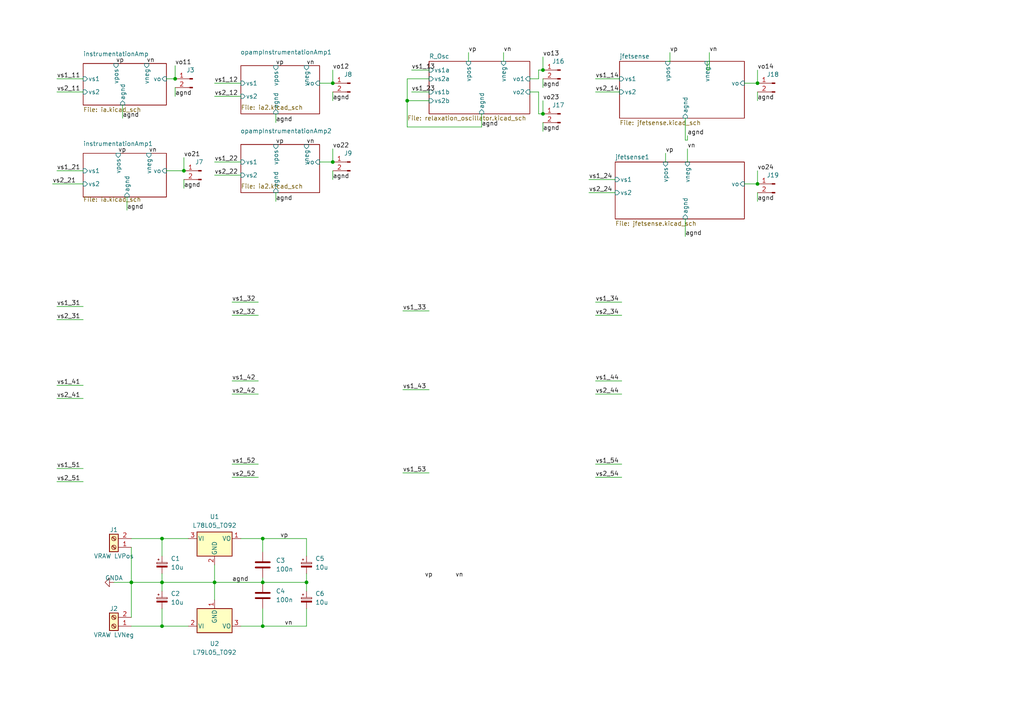
<source format=kicad_sch>
(kicad_sch (version 20250114) (generator "eeschema") (generator_version "9.0")
  (paper "A4")
  (lib_symbols
    (symbol "Connector:Conn_01x02_Pin" (pin_names (offset 1.016) (hide yes))
      (property "Reference" "J" (at 0 2.54 0))
      (property "Value" "Conn_01x02_Pin" (at 0 -5.08 0))
      (symbol "Conn_01x02_Pin_1_1"
        (rectangle (start 0.8636 0.127) (end 0 -0.127) (stroke (width 0.1524)) (fill (type outline)))
        (rectangle (start 0.8636 -2.413) (end 0 -2.667) (stroke (width 0.1524)) (fill (type outline)))
        (polyline (pts (xy 1.27 0) (xy 0.8636 0)) (stroke (width 0.1524)))
        (polyline (pts (xy 1.27 -2.54) (xy 0.8636 -2.54)) (stroke (width 0.1524)))
        (pin passive line (at 5.08 0 180) (length 3.81) (name "Pin_1") (number "1"))
        (pin passive line (at 5.08 -2.54 180) (length 3.81) (name "Pin_2") (number "2"))
      )
    )
    (symbol "Connector:Screw_Terminal_01x02" (pin_names (offset 1.016) (hide yes))
      (property "Reference" "J" (at 0 2.54 0))
      (property "Value" "Screw_Terminal_01x02" (at 0 -5.08 0))
      (symbol "Screw_Terminal_01x02_1_1"
        (rectangle (start -1.27 1.27) (end 1.27 -3.81) (stroke (width 0.254)) (fill (type background)))
        (polyline (pts (xy -0.5334 0.3302) (xy 0.3302 -0.508)) (stroke (width 0.1524)))
        (polyline (pts (xy -0.5334 -2.2098) (xy 0.3302 -3.048)) (stroke (width 0.1524)))
        (polyline (pts (xy -0.3556 0.508) (xy 0.508 -0.3302)) (stroke (width 0.1524)))
        (polyline (pts (xy -0.3556 -2.032) (xy 0.508 -2.8702)) (stroke (width 0.1524)))
        (circle (center 0 0) (radius 0.635) (stroke (width 0.1524)))
        (circle (center 0 -2.54) (radius 0.635) (stroke (width 0.1524)))
        (pin passive line (at -5.08 0 0) (length 3.81) (name "Pin_1") (number "1"))
        (pin passive line (at -5.08 -2.54 0) (length 3.81) (name "Pin_2") (number "2"))
      )
    )
    (symbol "Device:C" (pin_numbers (hide yes)) (pin_names (offset 0.254))
      (property "Reference" "C" (at 0.635 2.54 0))
      (property "Value" "C" (at 0.635 -2.54 0))
      (symbol "C_0_1"
        (polyline (pts (xy -2.032 0.762) (xy 2.032 0.762)) (stroke (width 0.508)))
        (polyline (pts (xy -2.032 -0.762) (xy 2.032 -0.762)) (stroke (width 0.508)))
      )
      (symbol "C_1_1"
        (pin passive line (at 0 3.81 270) (length 2.794) (name "~") (number "1"))
        (pin passive line (at 0 -3.81 90) (length 2.794) (name "~") (number "2"))
      )
    )
    (symbol "Device:C_Polarized_Small" (pin_numbers (hide yes)) (pin_names (offset 0.254) (hide yes))
      (property "Reference" "C" (at 0.254 1.778 0))
      (property "Value" "C_Polarized_Small" (at 0.254 -2.032 0))
      (symbol "C_Polarized_Small_0_1"
        (rectangle (start -1.524 0.6858) (end 1.524 0.3048))
        (rectangle (start -1.524 -0.3048) (end 1.524 -0.6858) (fill (type outline)))
        (polyline (pts (xy -1.27 1.524) (xy -0.762 1.524)))
        (polyline (pts (xy -1.016 1.27) (xy -1.016 1.778)))
      )
      (symbol "C_Polarized_Small_1_1"
        (pin passive line (at 0 2.54 270) (length 1.8542) (name "~") (number "1"))
        (pin passive line (at 0 -2.54 90) (length 1.8542) (name "~") (number "2"))
      )
    )
    (symbol "Regulator_Linear:L78L05_TO92" (pin_names (offset 0.254))
      (property "Reference" "U" (at -3.81 3.175 0))
      (property "Value" "L78L05_TO92" (at 0 3.175 0))
      (symbol "L78L05_TO92_0_1"
        (rectangle (start -5.08 -5.08) (end 5.08 1.905) (stroke (width 0.254)) (fill (type background)))
      )
      (symbol "L78L05_TO92_1_1"
        (pin power_in line (at -7.62 0 0) (length 2.54) (name "VI") (number "3"))
        (pin power_in line (at 0 -7.62 90) (length 2.54) (name "GND") (number "2"))
        (pin power_out line (at 7.62 0 180) (length 2.54) (name "VO") (number "1"))
      )
    )
    (symbol "Regulator_Linear:L79L05_TO92" (pin_names (offset 0.254))
      (property "Reference" "U" (at -3.81 -3.175 0))
      (property "Value" "L79L05_TO92" (at 0 -3.175 0))
      (symbol "L79L05_TO92_0_1"
        (rectangle (start -5.08 5.08) (end 5.08 -1.905) (stroke (width 0.254)) (fill (type background)))
      )
      (symbol "L79L05_TO92_1_1"
        (pin power_in line (at -7.62 0 0) (length 2.54) (name "VI") (number "2"))
        (pin power_in line (at 0 7.62 270) (length 2.54) (name "GND") (number "1"))
        (pin power_out line (at 7.62 0 180) (length 2.54) (name "VO") (number "3"))
      )
    )
    (symbol "power:GNDA" (power) (pin_names (offset 0))
      (property "Value" "GNDA" (at 0 -3.81 0))
      (symbol "GNDA_0_1"
        (polyline (pts (xy 0 0) (xy 0 -1.27) (xy 1.27 -1.27) (xy 0 -2.54) (xy -1.27 -1.27) (xy 0 -1.27)))
      )
      (symbol "GNDA_1_1"
        (pin power_in line (at 0 0 270) (length 0) (hide yes) (name "GNDA") (number "1"))
      )
    )
  )
  (junction (at 76.2 156.21))
  (junction (at 46.99 168.91))
  (junction (at 219.71 24.13))
  (junction (at 53.34 49.53))
  (junction (at 38.1 168.91))
  (junction (at 219.71 53.34))
  (junction (at 46.99 156.21))
  (junction (at 157.48 20.32))
  (junction (at 50.8 22.86))
  (junction (at 62.23 168.91))
  (junction (at 46.99 181.61))
  (junction (at 88.9 168.91))
  (junction (at 96.52 24.13))
  (junction (at 96.52 46.99))
  (junction (at 157.48 33.02))
  (junction (at 76.2 168.91))
  (junction (at 118.11 29.21))
  (junction (at 76.2 181.61))
  (wire (pts (xy 46.99 176.53) (xy 46.99 181.61)))
  (wire (pts (xy 119.38 26.67) (xy 124.46 26.67)))
  (wire (pts (xy 62.23 46.99) (xy 69.85 46.99)))
  (wire (pts (xy 67.31 114.3) (xy 74.93 114.3)))
  (wire (pts (xy 76.2 156.21) (xy 76.2 160.02)))
  (wire (pts (xy 219.71 49.53) (xy 219.71 53.34)))
  (wire (pts (xy 62.23 50.8) (xy 69.85 50.8)))
  (wire (pts (xy 62.23 168.91) (xy 76.2 168.91)))
  (wire (pts (xy 46.99 168.91) (xy 46.99 171.45)))
  (wire (pts (xy 170.815 55.88) (xy 178.435 55.88)))
  (wire (pts (xy 62.23 168.91) (xy 62.23 173.99)))
  (wire (pts (xy 198.755 34.29) (xy 198.755 40.64)))
  (wire (pts (xy 36.83 57.15) (xy 36.83 60.96)))
  (wire (pts (xy 118.11 22.86) (xy 118.11 29.21)))
  (wire (pts (xy 88.9 156.21) (xy 76.2 156.21)))
  (wire (pts (xy 16.51 26.67) (xy 24.13 26.67)))
  (wire (pts (xy 118.11 29.21) (xy 124.46 29.21)))
  (wire (pts (xy 193.04 46.99) (xy 193.04 44.45)))
  (wire (pts (xy 156.21 20.32) (xy 157.48 20.32)))
  (wire (pts (xy 219.71 58.42) (xy 219.71 55.88)))
  (wire (pts (xy 76.2 181.61) (xy 88.9 181.61)))
  (wire (pts (xy 215.9 53.34) (xy 219.71 53.34)))
  (wire (pts (xy 172.72 138.43) (xy 180.34 138.43)))
  (wire (pts (xy 199.39 46.99) (xy 199.39 43.18)))
  (wire (pts (xy 205.105 20.32) (xy 205.105 17.78)))
  (wire (pts (xy 135.89 15.24) (xy 135.89 17.78)))
  (wire (pts (xy 16.51 88.9) (xy 24.13 88.9)))
  (wire (pts (xy 96.52 43.18) (xy 96.52 46.99)))
  (wire (pts (xy 67.31 91.44) (xy 74.93 91.44)))
  (wire (pts (xy 88.9 168.91) (xy 88.9 171.45)))
  (wire (pts (xy 48.26 22.86) (xy 50.8 22.86)))
  (wire (pts (xy 219.71 20.32) (xy 219.71 24.13)))
  (wire (pts (xy 157.48 25.4) (xy 157.48 22.86)))
  (wire (pts (xy 118.11 29.21) (xy 118.11 36.83)))
  (wire (pts (xy 198.755 63.5) (xy 198.755 68.58)))
  (wire (pts (xy 118.11 36.83) (xy 139.7 36.83)))
  (wire (pts (xy 76.2 176.53) (xy 76.2 181.61)))
  (wire (pts (xy 205.105 20.32) (xy 205.74 20.32)))
  (wire (pts (xy 172.72 87.63) (xy 180.34 87.63)))
  (wire (pts (xy 62.23 24.13) (xy 69.85 24.13)))
  (wire (pts (xy 119.38 20.32) (xy 124.46 20.32)))
  (wire (pts (xy 153.67 22.86) (xy 156.21 22.86)))
  (wire (pts (xy 219.71 29.21) (xy 219.71 26.67)))
  (wire (pts (xy 15.24 53.34) (xy 24.13 53.34)))
  (wire (pts (xy 199.39 40.64) (xy 199.39 39.37)))
  (wire (pts (xy 157.48 38.1) (xy 157.48 35.56)))
  (wire (pts (xy 96.52 29.21) (xy 96.52 26.67)))
  (wire (pts (xy 153.67 26.67) (xy 156.21 26.67)))
  (wire (pts (xy 172.72 26.67) (xy 179.705 26.67)))
  (wire (pts (xy 156.21 22.86) (xy 156.21 20.32)))
  (wire (pts (xy 16.51 49.53) (xy 24.13 49.53)))
  (wire (pts (xy 92.71 46.99) (xy 96.52 46.99)))
  (wire (pts (xy 16.51 22.86) (xy 24.13 22.86)))
  (wire (pts (xy 35.56 34.29) (xy 35.56 30.48)))
  (wire (pts (xy 215.9 24.13) (xy 219.71 24.13)))
  (wire (pts (xy 50.8 27.94) (xy 50.8 25.4)))
  (wire (pts (xy 50.8 19.05) (xy 50.8 22.86)))
  (wire (pts (xy 157.48 16.51) (xy 157.48 20.32)))
  (wire (pts (xy 76.2 168.91) (xy 76.2 167.64)))
  (wire (pts (xy 38.1 156.21) (xy 46.99 156.21)))
  (wire (pts (xy 16.51 92.71) (xy 24.13 92.71)))
  (wire (pts (xy 38.1 181.61) (xy 46.99 181.61)))
  (wire (pts (xy 67.31 87.63) (xy 74.93 87.63)))
  (wire (pts (xy 62.23 27.94) (xy 69.85 27.94)))
  (wire (pts (xy 46.99 156.21) (xy 46.99 161.29)))
  (wire (pts (xy 88.9 176.53) (xy 88.9 181.61)))
  (wire (pts (xy 172.72 134.62) (xy 180.34 134.62)))
  (wire (pts (xy 116.84 90.17) (xy 124.46 90.17)))
  (wire (pts (xy 80.01 33.02) (xy 80.01 35.56)))
  (wire (pts (xy 156.21 26.67) (xy 156.21 33.02)))
  (wire (pts (xy 157.48 29.21) (xy 157.48 33.02)))
  (wire (pts (xy 116.84 137.16) (xy 124.46 137.16)))
  (wire (pts (xy 96.52 20.32) (xy 96.52 24.13)))
  (wire (pts (xy 116.84 113.03) (xy 124.46 113.03)))
  (wire (pts (xy 92.71 24.13) (xy 96.52 24.13)))
  (wire (pts (xy 53.34 54.61) (xy 53.34 52.07)))
  (wire (pts (xy 62.23 163.83) (xy 62.23 168.91)))
  (wire (pts (xy 38.1 158.75) (xy 38.1 168.91)))
  (wire (pts (xy 193.675 17.78) (xy 194.31 17.78)))
  (wire (pts (xy 76.2 168.91) (xy 88.9 168.91)))
  (wire (pts (xy 16.51 139.7) (xy 24.13 139.7)))
  (wire (pts (xy 16.51 111.76) (xy 24.13 111.76)))
  (wire (pts (xy 46.99 166.37) (xy 46.99 168.91)))
  (wire (pts (xy 139.7 33.02) (xy 139.7 36.83)))
  (wire (pts (xy 194.31 17.78) (xy 194.31 15.24)))
  (wire (pts (xy 172.72 114.3) (xy 180.34 114.3)))
  (wire (pts (xy 38.1 168.91) (xy 38.1 179.07)))
  (wire (pts (xy 88.9 166.37) (xy 88.9 168.91)))
  (wire (pts (xy 205.74 20.32) (xy 205.74 15.24)))
  (wire (pts (xy 76.2 156.21) (xy 69.85 156.21)))
  (wire (pts (xy 67.31 134.62) (xy 74.93 134.62)))
  (wire (pts (xy 146.05 15.24) (xy 146.05 17.78)))
  (wire (pts (xy 16.51 135.89) (xy 24.13 135.89)))
  (wire (pts (xy 80.01 55.88) (xy 80.01 58.42)))
  (wire (pts (xy 53.34 45.72) (xy 53.34 49.53)))
  (wire (pts (xy 46.99 181.61) (xy 54.61 181.61)))
  (wire (pts (xy 88.9 161.29) (xy 88.9 156.21)))
  (wire (pts (xy 124.46 22.86) (xy 118.11 22.86)))
  (wire (pts (xy 172.72 91.44) (xy 180.34 91.44)))
  (wire (pts (xy 69.85 181.61) (xy 76.2 181.61)))
  (wire (pts (xy 67.31 138.43) (xy 74.93 138.43)))
  (wire (pts (xy 67.31 110.49) (xy 74.93 110.49)))
  (wire (pts (xy 172.72 22.86) (xy 179.705 22.86)))
  (wire (pts (xy 38.1 168.91) (xy 46.99 168.91)))
  (wire (pts (xy 33.02 168.91) (xy 38.1 168.91)))
  (wire (pts (xy 16.51 115.57) (xy 24.13 115.57)))
  (wire (pts (xy 170.815 52.07) (xy 178.435 52.07)))
  (wire (pts (xy 48.26 49.53) (xy 53.34 49.53)))
  (wire (pts (xy 96.52 52.07) (xy 96.52 49.53)))
  (wire (pts (xy 172.72 110.49) (xy 180.34 110.49)))
  (wire (pts (xy 46.99 156.21) (xy 54.61 156.21)))
  (wire (pts (xy 198.755 40.64) (xy 199.39 40.64)))
  (wire (pts (xy 156.21 33.02) (xy 157.48 33.02)))
  (wire (pts (xy 46.99 168.91) (xy 62.23 168.91)))
  (label "agnd" (at 50.8 27.94 0))
  (label "vn" (at 43.18 44.45 0))
  (label "agnd" (at 80.01 35.56 0))
  (label "agnd" (at 219.71 58.42 0))
  (label "vp" (at 135.89 15.24 0))
  (label "vn" (at 42.545 18.415 0))
  (label "vs1_23" (at 119.38 26.67 0))
  (label "vn" (at 88.9 41.91 0))
  (label "vs1_11" (at 16.51 22.86 0))
  (label "vo14" (at 219.71 20.32 0))
  (label "vs1_43" (at 116.84 113.03 0))
  (label "vs2_21" (at 15.24 53.34 0))
  (label "vs2_11" (at 16.51 26.67 0))
  (label "vn" (at 82.55 181.61 0))
  (label "vs1_14" (at 172.72 22.86 0))
  (label "vo12" (at 96.52 20.32 0))
  (label "vs1_31" (at 16.51 88.9 0))
  (label "vo23" (at 157.48 29.21 0))
  (label "vn" (at 205.74 15.24 0))
  (label "agnd" (at 96.52 29.21 0))
  (label "agnd" (at 198.755 68.58 0))
  (label "vp" (at 33.655 18.415 0))
  (label "vs2_41" (at 16.51 115.57 0))
  (label "agnd" (at 157.48 38.1 0))
  (label "vs2_34" (at 172.72 91.44 0))
  (label "agnd" (at 96.52 52.07 0))
  (label "vs1_42" (at 67.31 110.49 0))
  (label "vp" (at 34.29 44.45 0))
  (label "vs1_21" (at 16.51 49.53 0))
  (label "vo11" (at 50.8 19.05 0))
  (label "vs2_24" (at 170.815 55.88 0))
  (label "vs1_33" (at 116.84 90.17 0))
  (label "agnd" (at 157.48 25.4 0))
  (label "vs1_22" (at 62.23 46.99 0))
  (label "agnd" (at 67.31 168.91 0))
  (label "vs1_24" (at 170.815 52.07 0))
  (label "agnd" (at 53.34 54.61 0))
  (label "agnd" (at 139.7 36.83 0))
  (label "vs2_52" (at 67.31 138.43 0))
  (label "vn" (at 88.9 19.05 0))
  (label "vs1_13" (at 119.38 20.32 0))
  (label "vp" (at 194.31 15.24 0))
  (label "vs2_54" (at 172.72 138.43 0))
  (label "vs2_42" (at 67.31 114.3 0))
  (label "vn" (at 146.05 15.24 0))
  (label "agnd" (at 219.71 29.21 0))
  (label "vo21" (at 53.34 45.72 0))
  (label "vp" (at 80.01 41.91 0))
  (label "vs1_34" (at 172.72 87.63 0))
  (label "vo13" (at 157.48 16.51 0))
  (label "vs2_44" (at 172.72 114.3 0))
  (label "vs1_32" (at 67.31 87.63 0))
  (label "vs2_31" (at 16.51 92.71 0))
  (label "vn" (at 132.08 167.64 0))
  (label "vs1_52" (at 67.31 134.62 0))
  (label "agnd" (at 36.83 60.96 0))
  (label "vp" (at 193.04 44.45 0))
  (label "vp" (at 123.19 167.64 0))
  (label "agnd" (at 80.01 58.42 0))
  (label "vo22" (at 96.52 43.18 0))
  (label "vp" (at 81.28 156.21 0))
  (label "vs1_54" (at 172.72 134.62 0))
  (label "vs1_53" (at 116.84 137.16 0))
  (label "vs2_12" (at 62.23 27.94 0))
  (label "vs2_14" (at 172.72 26.67 0))
  (label "vs2_51" (at 16.51 139.7 0))
  (label "vs1_44" (at 172.72 110.49 0))
  (label "vs1_12" (at 62.23 24.13 0))
  (label "vo24" (at 219.71 49.53 0))
  (label "vn" (at 199.39 43.18 0))
  (label "vs1_41" (at 16.51 111.76 0))
  (label "vs1_51" (at 16.51 135.89 0))
  (label "vs2_22" (at 62.23 50.8 0))
  (label "vs2_32" (at 67.31 91.44 0))
  (label "vp" (at 80.01 19.05 0))
  (label "agnd" (at 35.56 34.29 0))
  (label "agnd" (at 199.39 39.37 0))
  (symbol (lib_id "Connector:Conn_01x02_Pin") (at 162.56 33.02 0) (mirror y) (unit 1)
    (property "Reference" "J17" (at 161.925 30.48 0))
    (property "Value" "Conn_01x02_Pin" (effects (hide yes)))
    (property "Footprint" "Connector_PinHeader_2.00mm:PinHeader_1x02_P2.00mm_Vertical" (effects (hide yes)))
    (property "Description" "Generic connector, single row, 01x02, script generated" (effects (hide yes)))
  )
  (symbol (lib_id "Device:C") (at 76.2 163.83 180) (unit 1)
    (property "Reference" "C3" (at 80.01 162.5599 0) (effects (justify right)))
    (property "Value" "100n" (at 80.01 165.0999 0) (effects (justify right)))
    (property "Footprint" "Capacitor_SMD:C_0805_2012Metric" (effects (hide yes)))
    (property "Description" "Unpolarized capacitor" (effects (hide yes)))
  )
  (symbol (lib_id "Regulator_Linear:L79L05_TO92") (at 62.23 181.61 0) (unit 1)
    (property "Reference" "U2" (at 62.23 186.69 0))
    (property "Value" "L79L05_TO92" (at 62.23 189.23 0))
    (property "Footprint" "Package_TO_SOT_THT:TO-92_Inline" (effects (hide yes)))
    (property "Datasheet" "http://www.farnell.com/datasheets/1827870.pdf" (effects (hide yes)))
  )
  (symbol (lib_id "Regulator_Linear:L78L05_TO92") (at 62.23 156.21 0) (unit 1)
    (property "Reference" "U1" (at 62.23 149.86 0))
    (property "Value" "L78L05_TO92" (at 62.23 152.4 0))
    (property "Footprint" "Package_TO_SOT_THT:TO-92_Inline" (effects (hide yes)))
    (property "Datasheet" "http://www.st.com/content/ccc/resource/technical/document/datasheet/15/55/e5/aa/23/5b/43/fd/CD00000446.pdf/files/CD00000446.pdf/jcr:content/translations/en.CD00000446.pdf" (effects (hide yes)))
  )
  (symbol (lib_id "Connector:Conn_01x02_Pin") (at 224.79 24.13 0) (mirror y) (unit 1)
    (property "Reference" "J18" (at 224.155 21.59 0))
    (property "Value" "Conn_01x02_Pin" (effects (hide yes)))
    (property "Footprint" "Connector_PinHeader_2.00mm:PinHeader_1x02_P2.00mm_Vertical" (effects (hide yes)))
    (property "Description" "Generic connector, single row, 01x02, script generated" (effects (hide yes)))
  )
  (symbol (lib_id "Connector:Conn_01x02_Pin") (at 101.6 46.99 0) (mirror y) (unit 1)
    (property "Reference" "J9" (at 100.965 44.45 0))
    (property "Value" "Conn_01x02_Pin" (effects (hide yes)))
    (property "Footprint" "Connector_PinHeader_2.00mm:PinHeader_1x02_P2.00mm_Vertical" (effects (hide yes)))
    (property "Description" "Generic connector, single row, 01x02, script generated" (effects (hide yes)))
  )
  (symbol (lib_id "Device:C_Polarized_Small") (at 88.9 173.99 0) (unit 1)
    (property "Reference" "C6" (at 91.44 172.1738 0) (effects (justify left)))
    (property "Value" "10u" (at 91.44 174.7138 0) (effects (justify left)))
    (property "Footprint" "Capacitor_SMD:CP_Elec_4x4.5" (effects (hide yes)))
    (property "Description" "Polarized capacitor, small symbol" (effects (hide yes)))
  )
  (symbol (lib_id "Connector:Conn_01x02_Pin") (at 162.56 20.32 0) (mirror y) (unit 1)
    (property "Reference" "J16" (at 161.925 17.78 0))
    (property "Value" "Conn_01x02_Pin" (effects (hide yes)))
    (property "Footprint" "Connector_PinHeader_2.00mm:PinHeader_1x02_P2.00mm_Vertical" (effects (hide yes)))
    (property "Description" "Generic connector, single row, 01x02, script generated" (effects (hide yes)))
  )
  (symbol (lib_id "Connector:Screw_Terminal_01x02") (at 33.02 158.75 180) (unit 1)
    (property "Reference" "J1" (at 33.02 153.67 0))
    (property "Value" "VRAW LVPos" (at 33.02 161.29 0))
    (property "Footprint" "TerminalBlock:TerminalBlock_bornier-2_P5.08mm" (effects (hide yes)))
  )
  (symbol (lib_id "Connector:Conn_01x02_Pin") (at 58.42 49.53 0) (mirror y) (unit 1)
    (property "Reference" "J7" (at 57.785 46.99 0))
    (property "Value" "Conn_01x02_Pin" (effects (hide yes)))
    (property "Footprint" "Connector_PinHeader_2.00mm:PinHeader_1x02_P2.00mm_Vertical" (effects (hide yes)))
    (property "Description" "Generic connector, single row, 01x02, script generated" (effects (hide yes)))
  )
  (symbol (lib_id "Connector:Conn_01x02_Pin") (at 101.6 24.13 0) (mirror y) (unit 1)
    (property "Reference" "J8" (at 100.965 21.59 0))
    (property "Value" "Conn_01x02_Pin" (effects (hide yes)))
    (property "Footprint" "Connector_PinHeader_2.00mm:PinHeader_1x02_P2.00mm_Vertical" (effects (hide yes)))
    (property "Description" "Generic connector, single row, 01x02, script generated" (effects (hide yes)))
  )
  (symbol (lib_id "Connector:Conn_01x02_Pin") (at 224.79 53.34 0) (mirror y) (unit 1)
    (property "Reference" "J19" (at 224.155 50.8 0))
    (property "Value" "Conn_01x02_Pin" (effects (hide yes)))
    (property "Footprint" "Connector_PinHeader_2.00mm:PinHeader_1x02_P2.00mm_Vertical" (effects (hide yes)))
    (property "Description" "Generic connector, single row, 01x02, script generated" (effects (hide yes)))
  )
  (symbol (lib_id "Device:C_Polarized_Small") (at 46.99 163.83 0) (unit 1)
    (property "Reference" "C1" (at 49.53 162.0138 0) (effects (justify left)))
    (property "Value" "10u" (at 49.53 164.5538 0) (effects (justify left)))
    (property "Footprint" "Capacitor_SMD:CP_Elec_4x4.5" (effects (hide yes)))
    (property "Description" "Polarized capacitor, small symbol" (effects (hide yes)))
  )
  (symbol (lib_id "Device:C_Polarized_Small") (at 88.9 163.83 0) (unit 1)
    (property "Reference" "C5" (at 91.44 162.0138 0) (effects (justify left)))
    (property "Value" "10u" (at 91.44 164.5538 0) (effects (justify left)))
    (property "Footprint" "Capacitor_SMD:CP_Elec_4x4.5" (effects (hide yes)))
    (property "Description" "Polarized capacitor, small symbol" (effects (hide yes)))
  )
  (symbol (lib_id "Device:C_Polarized_Small") (at 46.99 173.99 0) (unit 1)
    (property "Reference" "C2" (at 49.53 172.1738 0) (effects (justify left)))
    (property "Value" "10u" (at 49.53 174.7138 0) (effects (justify left)))
    (property "Footprint" "Capacitor_SMD:CP_Elec_4x4.5" (effects (hide yes)))
    (property "Description" "Polarized capacitor, small symbol" (effects (hide yes)))
  )
  (symbol (lib_id "Device:C") (at 76.2 172.72 0) (unit 1)
    (property "Reference" "C4" (at 80.01 171.4499 0) (effects (justify left)))
    (property "Value" "100n" (at 80.01 173.9899 0) (effects (justify left)))
    (property "Footprint" "Capacitor_SMD:C_0805_2012Metric" (effects (hide yes)))
    (property "Description" "Unpolarized capacitor" (effects (hide yes)))
  )
  (symbol (lib_id "Connector:Conn_01x02_Pin") (at 55.88 22.86 0) (mirror y) (unit 1)
    (property "Reference" "J3" (at 55.245 20.32 0))
    (property "Value" "Conn_01x02_Pin" (effects (hide yes)))
    (property "Footprint" "Connector_PinHeader_2.00mm:PinHeader_1x02_P2.00mm_Vertical" (effects (hide yes)))
    (property "Description" "Generic connector, single row, 01x02, script generated" (effects (hide yes)))
  )
  (symbol (lib_id "Connector:Screw_Terminal_01x02") (at 33.02 181.61 180) (unit 1)
    (property "Reference" "J2" (at 33.02 176.53 0))
    (property "Value" "VRAW LVNeg" (at 33.02 184.15 0))
    (property "Footprint" "TerminalBlock:TerminalBlock_bornier-2_P5.08mm" (effects (hide yes)))
  )
  (symbol (lib_id "power:GNDA") (at 33.02 168.91 270) (mirror x) (unit 1)
    (property "Reference" "#PWR01" (effects (hide yes)))
    (property "Value" "GNDA" (at 30.48 167.64 90) (effects (justify left)))
  )
  (sheet (at 24.13 44.45) (size 24.13 12.7) (stroke (width 0.1524))
    (property "Sheetname" "instrumentationAmp1" (at 24.13 42.418 0) (effects (justify left bottom)))
    (property "Sheetfile" "ia.kicad_sch" (at 24.13 57.0996 0) (effects (justify left top)))
    (pin "agnd" input (at 36.83 57.15 270))
    (pin "vpos" input (at 34.29 44.45 90))
    (pin "vneg" input (at 43.18 44.45 90))
    (pin "vo" input (at 48.26 49.53 0))
    (pin "vs1" input (at 24.13 49.53 180))
    (pin "vs2" input (at 24.13 53.34 180))
  )
  (sheet (at 69.85 41.91) (size 22.86 13.97) (stroke (width 0.1524))
    (property "Sheetname" "opampInstrumentationAmp2" (at 69.723 38.735 0) (effects (justify left bottom)))
    (property "Sheetfile" "ia2.kicad_sch" (at 69.85 53.2896 0) (effects (justify left top)))
    (pin "vneg" input (at 88.9 41.91 90))
    (pin "agnd" input (at 80.01 55.88 270))
    (pin "vpos" input (at 80.01 41.91 90))
    (pin "vo" input (at 92.71 46.99 0))
    (pin "vs1" input (at 69.85 46.99 180))
    (pin "vs2" input (at 69.85 50.8 180))
  )
  (sheet (at 124.46 17.78) (size 29.21 15.24) (stroke (width 0.1524))
    (property "Sheetname" "R_Osc" (at 124.46 17.0684 0) (effects (justify left bottom)))
    (property "Sheetfile" "relaxation_oscillator.kicad_sch" (at 118.11 33.528 0) (effects (justify left top)))
    (pin "agnd" input (at 139.7 33.02 270))
    (pin "vpos" input (at 135.89 17.78 90))
    (pin "vneg" input (at 146.05 17.78 90))
    (pin "vs2b" input (at 124.46 29.21 180))
    (pin "vo2" input (at 153.67 26.67 0))
    (pin "vs1b" input (at 124.46 26.67 180))
    (pin "vo1" input (at 153.67 22.86 0))
    (pin "vs1a" input (at 124.46 20.32 180))
    (pin "vs2a" input (at 124.46 22.86 180))
  )
  (sheet (at 179.705 17.78) (size 36.195 16.51) (stroke (width 0.1524))
    (property "Sheetname" "jfetsense" (at 179.705 17.0684 0) (effects (justify left bottom)))
    (property "Sheetfile" "jfetsense.kicad_sch" (at 179.705 34.8746 0) (effects (justify left top)))
    (pin "agnd" input (at 198.755 34.29 270))
    (pin "vpos" input (at 193.675 17.78 90))
    (pin "vneg" input (at 205.105 17.78 90))
    (pin "vo" input (at 215.9 24.13 0))
    (pin "vs1" input (at 179.705 22.86 180))
    (pin "vs2" input (at 179.705 26.67 180))
  )
  (sheet (at 24.13 18.415) (size 24.13 12.065) (stroke (width 0.1524))
    (property "Sheetname" "instrumentationAmp" (at 24.13 16.383 0) (effects (justify left bottom)))
    (property "Sheetfile" "ia.kicad_sch" (at 24.13 31.0646 0) (effects (justify left top)))
    (pin "agnd" input (at 35.56 30.48 270))
    (pin "vpos" input (at 33.655 18.415 90))
    (pin "vneg" input (at 42.545 18.415 90))
    (pin "vo" input (at 48.26 22.86 0))
    (pin "vs1" input (at 24.13 22.86 180))
    (pin "vs2" input (at 24.13 26.67 180))
  )
  (sheet (at 178.435 46.99) (size 37.465 16.51) (stroke (width 0.1524))
    (property "Sheetname" "jfetsense1" (at 178.435 46.2784 0) (effects (justify left bottom)))
    (property "Sheetfile" "jfetsense.kicad_sch" (at 178.435 64.0846 0) (effects (justify left top)))
    (pin "agnd" input (at 198.755 63.5 270))
    (pin "vpos" input (at 193.04 46.99 90))
    (pin "vneg" input (at 199.39 46.99 90))
    (pin "vo" input (at 215.9 53.34 0))
    (pin "vs1" input (at 178.435 52.07 180))
    (pin "vs2" input (at 178.435 55.88 180))
  )
  (sheet (at 69.85 19.05) (size 22.86 13.97) (stroke (width 0.1524))
    (property "Sheetname" "opampInstrumentationAmp1" (at 69.723 15.875 0) (effects (justify left bottom)))
    (property "Sheetfile" "ia2.kicad_sch" (at 69.85 30.4296 0) (effects (justify left top)))
    (pin "vneg" input (at 88.9 19.05 90))
    (pin "agnd" input (at 80.01 33.02 270))
    (pin "vpos" input (at 80.01 19.05 90))
    (pin "vo" input (at 92.71 24.13 0))
    (pin "vs1" input (at 69.85 24.13 180))
    (pin "vs2" input (at 69.85 27.94 180))
  )
)
</source>
